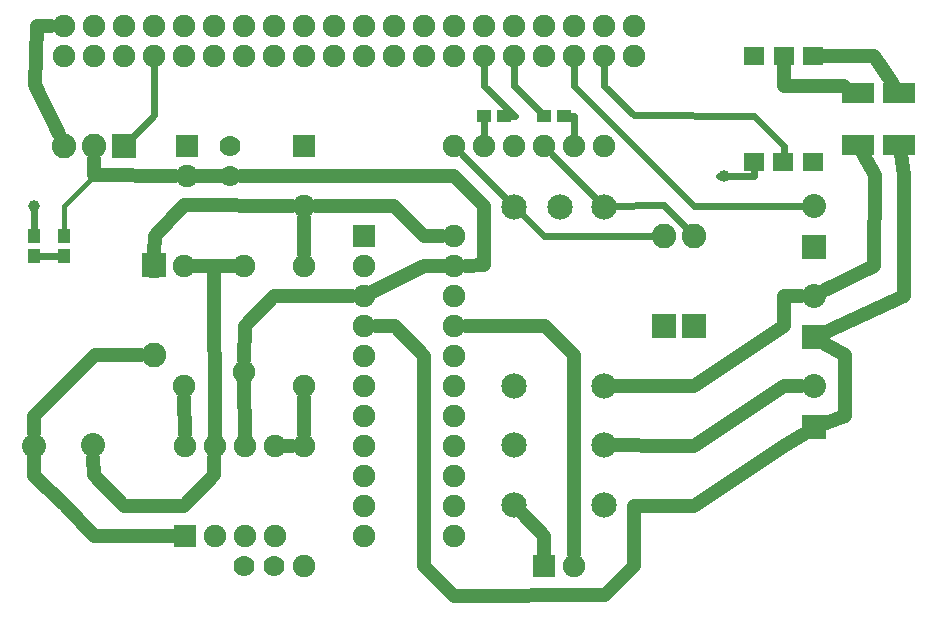
<source format=gtl>
G04 MADE WITH FRITZING*
G04 WWW.FRITZING.ORG*
G04 DOUBLE SIDED*
G04 HOLES PLATED*
G04 CONTOUR ON CENTER OF CONTOUR VECTOR*
%ASAXBY*%
%FSLAX23Y23*%
%MOIN*%
%OFA0B0*%
%SFA1.0B1.0*%
%ADD10C,0.075000*%
%ADD11C,0.039370*%
%ADD12C,0.082000*%
%ADD13C,0.070000*%
%ADD14C,0.080000*%
%ADD15C,0.075361*%
%ADD16C,0.084722*%
%ADD17R,0.043307X0.047244*%
%ADD18R,0.106299X0.070866*%
%ADD19R,0.082000X0.082000*%
%ADD20R,0.070079X0.059596*%
%ADD21R,0.070079X0.059606*%
%ADD22R,0.070079X0.059370*%
%ADD23R,0.070079X0.058937*%
%ADD24R,0.070079X0.059378*%
%ADD25R,0.047244X0.043307*%
%ADD26R,0.075000X0.075000*%
%ADD27R,0.080000X0.080000*%
%ADD28C,0.048000*%
%ADD29C,0.024000*%
%ADD30C,0.016000*%
%LNCOPPER1*%
G90*
G70*
G54D10*
X1640Y1740D03*
X1740Y1740D03*
X1840Y1740D03*
X1940Y1740D03*
X2040Y1740D03*
X2140Y1740D03*
G54D11*
X2540Y1640D03*
G54D12*
X2340Y1140D03*
X2340Y1438D03*
X2440Y1140D03*
X2440Y1438D03*
G54D10*
X748Y1739D03*
X748Y1639D03*
G54D13*
X891Y1638D03*
X891Y1738D03*
G54D10*
X1940Y340D03*
X2040Y340D03*
G54D14*
X2840Y802D03*
X2840Y940D03*
X2840Y1102D03*
X2840Y1240D03*
X2840Y1402D03*
X2840Y1540D03*
G54D10*
X1340Y1439D03*
X1640Y1439D03*
X1340Y1339D03*
X1640Y1339D03*
X1340Y1239D03*
X1640Y1239D03*
X1340Y1139D03*
X1640Y1139D03*
X1340Y1039D03*
X1640Y1039D03*
X1340Y939D03*
X1640Y939D03*
X1340Y839D03*
X1640Y839D03*
X1340Y739D03*
X1640Y739D03*
X1340Y639D03*
X1640Y639D03*
X1340Y539D03*
X1640Y539D03*
X1340Y439D03*
X1640Y439D03*
G54D12*
X540Y1740D03*
X440Y1740D03*
X340Y1740D03*
G54D15*
X340Y2040D03*
X440Y2040D03*
X540Y2040D03*
X640Y2040D03*
X740Y2040D03*
X840Y2040D03*
X940Y2040D03*
X1040Y2040D03*
X1140Y2040D03*
X1240Y2040D03*
X1340Y2040D03*
X1440Y2040D03*
X1540Y2040D03*
X1640Y2040D03*
X1740Y2040D03*
X1840Y2040D03*
X1940Y2040D03*
X2040Y2040D03*
X2140Y2040D03*
X2240Y2040D03*
X2240Y2140D03*
X2140Y2140D03*
X2040Y2140D03*
X1940Y2140D03*
X1840Y2140D03*
X1740Y2140D03*
X1640Y2140D03*
X1540Y2140D03*
X1440Y2140D03*
X1340Y2140D03*
X1240Y2140D03*
X1140Y2140D03*
X1040Y2140D03*
X940Y2140D03*
X840Y2140D03*
X740Y2140D03*
X640Y2140D03*
X540Y2140D03*
X440Y2140D03*
X340Y2140D03*
G54D14*
X436Y741D03*
X240Y740D03*
G54D10*
X740Y940D03*
X740Y1340D03*
X741Y439D03*
X741Y739D03*
X841Y439D03*
X841Y739D03*
X941Y439D03*
X941Y739D03*
X1041Y439D03*
X1041Y739D03*
G54D12*
X640Y1340D03*
X640Y1042D03*
G54D10*
X1140Y740D03*
X1140Y340D03*
G54D13*
X1040Y340D03*
X939Y340D03*
G54D10*
X1140Y1739D03*
X1140Y1539D03*
X1140Y939D03*
X1140Y1339D03*
G54D16*
X1840Y1535D03*
X1993Y1535D03*
X2138Y1535D03*
X1840Y741D03*
X2140Y741D03*
X1840Y543D03*
X2140Y544D03*
X1840Y940D03*
X2140Y940D03*
G54D11*
X240Y1540D03*
G54D10*
X940Y1340D03*
X940Y985D03*
G54D17*
X240Y1440D03*
X240Y1373D03*
X340Y1440D03*
X340Y1373D03*
G54D18*
X3123Y1915D03*
X3123Y1742D03*
X2987Y1915D03*
X2987Y1742D03*
G54D19*
X2340Y1139D03*
X2440Y1139D03*
G54D20*
X2836Y2040D03*
X2738Y2040D03*
G54D21*
X2640Y2040D03*
G54D22*
X2640Y1685D03*
G54D23*
X2737Y1685D03*
G54D24*
X2837Y1685D03*
G54D25*
X2007Y1840D03*
X1940Y1840D03*
X1807Y1840D03*
X1740Y1840D03*
G54D26*
X748Y1739D03*
X1940Y340D03*
G54D27*
X2840Y802D03*
X2840Y1102D03*
X2840Y1402D03*
G54D26*
X1340Y1439D03*
G54D19*
X540Y1740D03*
G54D26*
X741Y439D03*
G54D19*
X640Y1341D03*
G54D26*
X1140Y1739D03*
G54D28*
X1940Y439D02*
X1940Y380D01*
D02*
X1868Y514D02*
X1940Y439D01*
G54D29*
D02*
X1820Y1555D02*
X1660Y1719D01*
D02*
X2118Y1555D02*
X1960Y1719D01*
D02*
X1940Y1440D02*
X1861Y1515D01*
D02*
X2308Y1438D02*
X1940Y1440D01*
D02*
X2340Y1541D02*
X2139Y1539D01*
D02*
X2139Y1539D02*
X2145Y1562D01*
D02*
X2417Y1461D02*
X2340Y1541D01*
G54D28*
D02*
X2340Y739D02*
X2179Y741D01*
D02*
X2439Y740D02*
X2340Y739D01*
D02*
X2740Y1239D02*
X2740Y1140D01*
D02*
X2740Y1140D02*
X2439Y939D01*
D02*
X2439Y939D02*
X2240Y939D01*
D02*
X2240Y939D02*
X2179Y939D01*
D02*
X2797Y1240D02*
X2740Y1239D01*
D02*
X2740Y939D02*
X2439Y740D01*
D02*
X2797Y939D02*
X2740Y939D01*
G54D29*
D02*
X2740Y1739D02*
X2639Y1840D01*
D02*
X2640Y1640D02*
X2640Y1661D01*
D02*
X2539Y1640D02*
X2640Y1640D01*
D02*
X2521Y1640D02*
X2539Y1640D01*
D02*
X2639Y1840D02*
X2240Y1841D01*
D02*
X2240Y1841D02*
X2139Y1939D01*
D02*
X2139Y1939D02*
X2139Y2009D01*
D02*
X2738Y1709D02*
X2740Y1739D01*
G54D28*
D02*
X3139Y1240D02*
X3139Y1641D01*
D02*
X3139Y1641D02*
X3128Y1712D01*
D02*
X2878Y1120D02*
X3139Y1240D01*
D02*
X3041Y1641D02*
X3003Y1712D01*
D02*
X3039Y1340D02*
X3041Y1641D01*
D02*
X2877Y1259D02*
X3039Y1340D01*
D02*
X3040Y2040D02*
X3103Y1945D01*
D02*
X2939Y1939D02*
X2940Y1939D01*
D02*
X2740Y1940D02*
X2939Y1939D01*
D02*
X2738Y2016D02*
X2740Y1940D01*
D02*
X2866Y2040D02*
X3040Y2040D01*
G54D29*
D02*
X2440Y1540D02*
X2040Y1940D01*
D02*
X2040Y1940D02*
X2040Y2009D01*
D02*
X2809Y1540D02*
X2440Y1540D01*
D02*
X1841Y1839D02*
X1740Y1940D01*
D02*
X1740Y1769D02*
X1740Y1824D01*
D02*
X1740Y1940D02*
X1740Y2009D01*
D02*
X1825Y1839D02*
X1841Y1839D01*
D02*
X2039Y1839D02*
X2025Y1840D01*
D02*
X2040Y1769D02*
X2039Y1839D01*
D02*
X1840Y1940D02*
X1840Y2009D01*
D02*
X1924Y1856D02*
X1840Y1940D01*
G54D28*
D02*
X1539Y1340D02*
X1611Y1339D01*
D02*
X1365Y1252D02*
X1539Y1340D01*
D02*
X1540Y1039D02*
X1441Y1140D01*
D02*
X1540Y340D02*
X1540Y1039D01*
D02*
X2740Y740D02*
X2439Y539D01*
D02*
X2240Y539D02*
X2240Y340D01*
D02*
X2439Y539D02*
X2240Y539D01*
D02*
X2240Y340D02*
X2141Y241D01*
D02*
X2141Y241D02*
X1640Y239D01*
D02*
X1441Y1140D02*
X1380Y1139D01*
D02*
X1640Y239D02*
X1540Y340D01*
D02*
X2804Y780D02*
X2740Y740D01*
D02*
X2941Y1041D02*
X2876Y1080D01*
D02*
X2941Y839D02*
X2941Y1041D01*
D02*
X2879Y817D02*
X2941Y839D01*
D02*
X865Y1638D02*
X777Y1639D01*
D02*
X2039Y1041D02*
X1941Y1140D01*
D02*
X1941Y1140D02*
X1679Y1139D01*
D02*
X2040Y380D02*
X2039Y1041D01*
D02*
X641Y1439D02*
X640Y1383D01*
D02*
X740Y1541D02*
X641Y1439D01*
D02*
X1100Y1539D02*
X740Y1541D01*
D02*
X321Y1779D02*
X241Y1941D01*
D02*
X248Y2138D02*
X297Y2139D01*
G54D29*
D02*
X640Y1941D02*
X640Y2009D01*
D02*
X562Y1763D02*
X638Y1841D01*
D02*
X638Y1841D02*
X640Y1941D01*
G54D28*
D02*
X1140Y780D02*
X1140Y899D01*
D02*
X740Y900D02*
X741Y779D01*
D02*
X1140Y1499D02*
X1140Y1379D01*
D02*
X241Y1941D02*
X248Y2138D01*
D02*
X1440Y1539D02*
X1180Y1539D01*
D02*
X1639Y1640D02*
X1740Y1539D01*
D02*
X928Y1638D02*
X1639Y1640D01*
D02*
X1080Y740D02*
X1100Y740D01*
D02*
X1740Y1341D02*
X1679Y1340D01*
D02*
X1740Y1539D02*
X1740Y1341D01*
D02*
X1540Y1440D02*
X1440Y1539D01*
D02*
X1600Y1439D02*
X1540Y1440D01*
D02*
X438Y1641D02*
X708Y1639D01*
D02*
X439Y1697D02*
X438Y1641D01*
D02*
X839Y641D02*
X840Y700D01*
D02*
X539Y539D02*
X740Y539D01*
D02*
X740Y539D02*
X839Y641D01*
D02*
X439Y641D02*
X539Y539D01*
D02*
X437Y699D02*
X439Y641D01*
D02*
X440Y440D02*
X701Y439D01*
D02*
X239Y639D02*
X341Y541D01*
D02*
X341Y541D02*
X440Y440D01*
D02*
X239Y698D02*
X239Y639D01*
D02*
X596Y1042D02*
X441Y1042D01*
D02*
X441Y1042D02*
X239Y839D01*
D02*
X239Y839D02*
X239Y782D01*
G54D30*
D02*
X438Y1641D02*
X439Y1713D01*
D02*
X340Y1458D02*
X340Y1540D01*
D02*
X340Y1540D02*
X439Y1639D01*
D02*
X439Y1639D02*
X438Y1641D01*
G54D29*
D02*
X240Y1458D02*
X240Y1521D01*
D02*
X256Y1373D02*
X324Y1373D01*
G54D28*
D02*
X940Y956D02*
X941Y768D01*
D02*
X911Y1340D02*
X768Y1340D01*
D02*
X841Y768D02*
X840Y1340D01*
D02*
X840Y1340D02*
X911Y1340D01*
D02*
X941Y1140D02*
X940Y1025D01*
D02*
X1300Y1239D02*
X1040Y1239D01*
D02*
X1040Y1239D02*
X941Y1140D01*
G04 End of Copper1*
M02*
</source>
